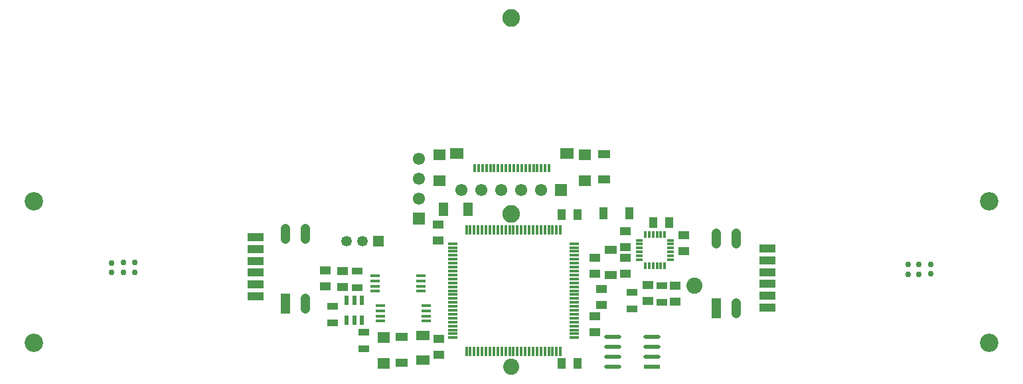
<source format=gts>
G04*
G04 #@! TF.GenerationSoftware,Altium Limited,Altium Designer,21.3.2 (30)*
G04*
G04 Layer_Color=8388736*
%FSLAX43Y43*%
%MOMM*%
G71*
G04*
G04 #@! TF.SameCoordinates,E583AE15-D421-4EF2-A5E4-CEDEED2159FB*
G04*
G04*
G04 #@! TF.FilePolarity,Negative*
G04*
G01*
G75*
%ADD21R,0.300X1.200*%
%ADD23R,1.200X0.300*%
%ADD41R,0.351X1.051*%
%ADD42R,0.601X1.251*%
%ADD43R,1.118X1.575*%
%ADD44R,1.626X1.321*%
%ADD45R,1.575X1.118*%
%ADD46R,2.151X0.551*%
%ADD47O,2.151X0.551*%
%ADD48R,1.321X1.067*%
%ADD49R,2.051X1.051*%
%ADD50R,1.321X0.940*%
%ADD51R,1.251X0.401*%
%ADD52R,1.067X1.321*%
%ADD53R,0.841X0.311*%
%ADD54R,0.311X0.841*%
%ADD55R,1.701X1.351*%
%ADD56R,1.676X1.245*%
%ADD57O,1.251X2.551*%
%ADD58R,1.251X2.551*%
%ADD59R,1.245X1.676*%
%ADD60C,2.051*%
%ADD61C,1.351*%
%ADD62R,1.351X1.351*%
%ADD63C,2.251*%
%ADD64C,2.351*%
%ADD65C,2.351*%
%ADD66C,0.751*%
%ADD67C,1.551*%
%ADD68R,1.551X1.551*%
%ADD69R,1.551X1.551*%
D21*
X56700Y67900D02*
D03*
X56200D02*
D03*
X64700Y52400D02*
D03*
X64200D02*
D03*
X63700D02*
D03*
X63200D02*
D03*
X62700D02*
D03*
X62200D02*
D03*
X61700D02*
D03*
X61200D02*
D03*
X60700D02*
D03*
X60200D02*
D03*
X59700D02*
D03*
X59200D02*
D03*
X58700D02*
D03*
X58200D02*
D03*
X57700D02*
D03*
X57200D02*
D03*
X56700D02*
D03*
X56200D02*
D03*
X55700D02*
D03*
X55200D02*
D03*
X54700D02*
D03*
X54200D02*
D03*
X53700D02*
D03*
X53200D02*
D03*
X52700Y67900D02*
D03*
X53200D02*
D03*
X53700D02*
D03*
X54200D02*
D03*
X54700D02*
D03*
X55200D02*
D03*
X55700D02*
D03*
X57200D02*
D03*
X57700D02*
D03*
X58200D02*
D03*
X58700D02*
D03*
X59200D02*
D03*
X59700D02*
D03*
X60200D02*
D03*
X60700D02*
D03*
X61200D02*
D03*
X61700D02*
D03*
X62200D02*
D03*
X62700D02*
D03*
X63200D02*
D03*
X63700D02*
D03*
X64200D02*
D03*
X64700D02*
D03*
X52700Y52400D02*
D03*
D23*
X66450Y62650D02*
D03*
X50950Y54150D02*
D03*
Y54650D02*
D03*
Y55150D02*
D03*
Y55650D02*
D03*
Y56150D02*
D03*
Y56650D02*
D03*
Y57150D02*
D03*
Y57650D02*
D03*
Y58150D02*
D03*
Y58650D02*
D03*
Y59150D02*
D03*
Y59650D02*
D03*
Y60150D02*
D03*
Y60650D02*
D03*
Y61150D02*
D03*
Y61650D02*
D03*
Y62150D02*
D03*
Y62650D02*
D03*
Y63150D02*
D03*
Y63650D02*
D03*
Y64150D02*
D03*
Y64650D02*
D03*
Y65150D02*
D03*
Y65650D02*
D03*
Y66150D02*
D03*
X66450D02*
D03*
Y65650D02*
D03*
Y65150D02*
D03*
Y64650D02*
D03*
Y64150D02*
D03*
Y63650D02*
D03*
Y63150D02*
D03*
Y62150D02*
D03*
Y61650D02*
D03*
Y61150D02*
D03*
Y60650D02*
D03*
Y60150D02*
D03*
Y59650D02*
D03*
Y59150D02*
D03*
Y58650D02*
D03*
Y58150D02*
D03*
Y57650D02*
D03*
Y57150D02*
D03*
Y56650D02*
D03*
Y56150D02*
D03*
Y55650D02*
D03*
Y55150D02*
D03*
Y54650D02*
D03*
Y54150D02*
D03*
D41*
X56750Y75750D02*
D03*
X56250D02*
D03*
X53750D02*
D03*
X54250D02*
D03*
X54750D02*
D03*
X57250D02*
D03*
X57750D02*
D03*
X59250D02*
D03*
X59750D02*
D03*
X63250D02*
D03*
X62750D02*
D03*
X62250D02*
D03*
X61750D02*
D03*
X61250D02*
D03*
X60750D02*
D03*
X60250D02*
D03*
X58750D02*
D03*
X58250D02*
D03*
X55750D02*
D03*
X55250D02*
D03*
D42*
X38400Y58950D02*
D03*
X37450D02*
D03*
X39350D02*
D03*
Y56350D02*
D03*
X38400D02*
D03*
X37450D02*
D03*
D43*
X73450Y70050D02*
D03*
X70198D02*
D03*
D44*
X67850Y77500D02*
D03*
Y74198D02*
D03*
X49250Y74148D02*
D03*
Y77450D02*
D03*
X42150Y54200D02*
D03*
Y50898D02*
D03*
D45*
X70250Y74298D02*
D03*
Y77550D02*
D03*
X71100Y62148D02*
D03*
Y65400D02*
D03*
X44450Y51000D02*
D03*
Y54252D02*
D03*
D46*
X76400Y50460D02*
D03*
D47*
Y51730D02*
D03*
Y53000D02*
D03*
Y54270D02*
D03*
X71400Y50460D02*
D03*
Y51730D02*
D03*
Y53000D02*
D03*
Y54270D02*
D03*
D48*
X69050Y54868D02*
D03*
Y56900D02*
D03*
X36900Y62650D02*
D03*
Y60618D02*
D03*
X34700Y60700D02*
D03*
Y62732D02*
D03*
X80450Y65218D02*
D03*
Y67250D02*
D03*
X72950Y65718D02*
D03*
Y67750D02*
D03*
X69050Y62318D02*
D03*
Y64350D02*
D03*
X79350Y58718D02*
D03*
Y60750D02*
D03*
X75850Y58868D02*
D03*
Y60900D02*
D03*
X72950Y64382D02*
D03*
Y62350D02*
D03*
X69900Y58350D02*
D03*
Y60382D02*
D03*
X49100Y68550D02*
D03*
Y66518D02*
D03*
X49150Y51950D02*
D03*
Y53982D02*
D03*
D49*
X25850Y59450D02*
D03*
Y60950D02*
D03*
Y62450D02*
D03*
Y63950D02*
D03*
Y65450D02*
D03*
Y66950D02*
D03*
X91050Y65500D02*
D03*
Y64000D02*
D03*
Y62500D02*
D03*
Y61000D02*
D03*
Y59500D02*
D03*
Y58000D02*
D03*
D50*
X35650Y58164D02*
D03*
Y56005D02*
D03*
X38800Y62664D02*
D03*
Y60505D02*
D03*
X39600Y52704D02*
D03*
Y54863D02*
D03*
X77600Y58654D02*
D03*
Y60813D02*
D03*
X73850Y57786D02*
D03*
Y59945D02*
D03*
D51*
X47575Y56275D02*
D03*
Y56925D02*
D03*
Y57575D02*
D03*
Y58225D02*
D03*
X41725D02*
D03*
Y57575D02*
D03*
Y56925D02*
D03*
Y56275D02*
D03*
X46875Y60075D02*
D03*
Y60725D02*
D03*
Y61375D02*
D03*
Y62025D02*
D03*
X41025D02*
D03*
Y61375D02*
D03*
Y60725D02*
D03*
Y60075D02*
D03*
D52*
X78600Y68850D02*
D03*
X76568D02*
D03*
X66900Y50850D02*
D03*
X64868D02*
D03*
X66850Y69850D02*
D03*
X64818D02*
D03*
D53*
X74780Y64080D02*
D03*
Y64580D02*
D03*
Y65080D02*
D03*
Y65580D02*
D03*
Y66080D02*
D03*
Y66580D02*
D03*
X78720D02*
D03*
Y66080D02*
D03*
Y65580D02*
D03*
Y65080D02*
D03*
Y64580D02*
D03*
Y64080D02*
D03*
D54*
X75500Y67300D02*
D03*
X76000D02*
D03*
X76500D02*
D03*
X77000D02*
D03*
X77500D02*
D03*
X78000D02*
D03*
Y63360D02*
D03*
X77500D02*
D03*
X77000D02*
D03*
X76500D02*
D03*
X76000D02*
D03*
X75500D02*
D03*
D55*
X65525Y77650D02*
D03*
X51475D02*
D03*
D56*
X47150Y51314D02*
D03*
Y54438D02*
D03*
D57*
X29660Y67350D02*
D03*
X32200D02*
D03*
Y58500D02*
D03*
X84550Y66800D02*
D03*
X87090D02*
D03*
Y57950D02*
D03*
D58*
X29660Y58500D02*
D03*
X84550Y57950D02*
D03*
D59*
X49764Y70550D02*
D03*
X52888D02*
D03*
D60*
X81750Y60750D02*
D03*
X58400Y50450D02*
D03*
D61*
X37450Y66500D02*
D03*
X39450D02*
D03*
D62*
X41450D02*
D03*
D63*
X58450Y94950D02*
D03*
Y69950D02*
D03*
D64*
X119400Y71500D02*
D03*
Y53500D02*
D03*
D65*
X-2500D02*
D03*
Y71500D02*
D03*
D66*
X109028Y63485D02*
D03*
Y62215D02*
D03*
X110425Y63485D02*
D03*
Y62215D02*
D03*
X111949Y63485D02*
D03*
Y62342D02*
D03*
X10397Y62515D02*
D03*
Y63785D02*
D03*
X9000Y62515D02*
D03*
Y63785D02*
D03*
X7476Y62515D02*
D03*
Y63658D02*
D03*
D67*
X46650Y76990D02*
D03*
Y74450D02*
D03*
Y71910D02*
D03*
X62230Y73000D02*
D03*
X59690D02*
D03*
X57150D02*
D03*
X54610D02*
D03*
X52070D02*
D03*
D68*
X46650Y69370D02*
D03*
D69*
X64770Y73000D02*
D03*
M02*

</source>
